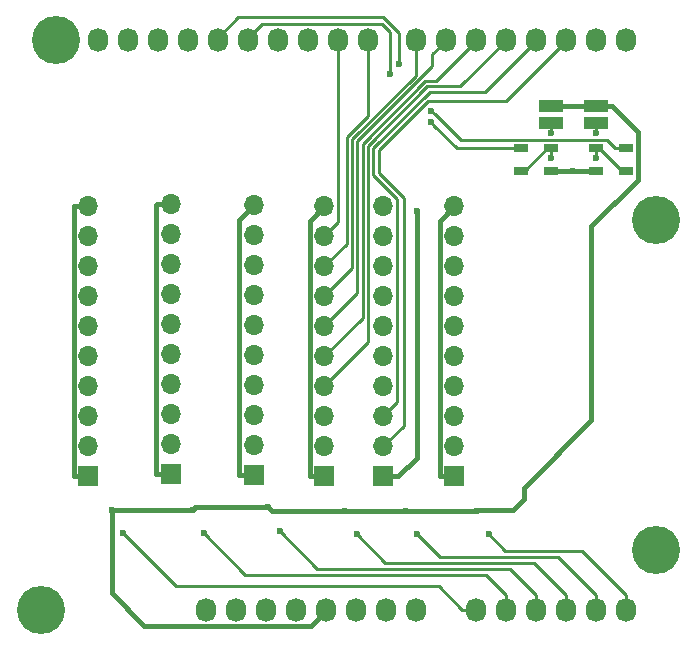
<source format=gbr>
G04 #@! TF.FileFunction,Copper,L1,Top,Signal*
%FSLAX46Y46*%
G04 Gerber Fmt 4.6, Leading zero omitted, Abs format (unit mm)*
G04 Created by KiCad (PCBNEW 4.0.7) date 12/04/17 16:46:56*
%MOMM*%
%LPD*%
G01*
G04 APERTURE LIST*
%ADD10C,0.100000*%
%ADD11O,1.727200X2.032000*%
%ADD12C,4.064000*%
%ADD13R,2.000000X1.000000*%
%ADD14R,1.300000X0.700000*%
%ADD15R,1.700000X1.700000*%
%ADD16O,1.700000X1.700000*%
%ADD17C,0.600000*%
%ADD18C,0.381000*%
%ADD19C,0.250000*%
G04 APERTURE END LIST*
D10*
D11*
X138938000Y-123825000D03*
X141478000Y-123825000D03*
X144018000Y-123825000D03*
X146558000Y-123825000D03*
X149098000Y-123825000D03*
X151638000Y-123825000D03*
X154178000Y-123825000D03*
X156718000Y-123825000D03*
X161798000Y-123825000D03*
X164338000Y-123825000D03*
X166878000Y-123825000D03*
X169418000Y-123825000D03*
X171958000Y-123825000D03*
X174498000Y-123825000D03*
X129794000Y-75565000D03*
X132334000Y-75565000D03*
X134874000Y-75565000D03*
X137414000Y-75565000D03*
X139954000Y-75565000D03*
X142494000Y-75565000D03*
X145034000Y-75565000D03*
X147574000Y-75565000D03*
X150114000Y-75565000D03*
X152654000Y-75565000D03*
X156718000Y-75565000D03*
X159258000Y-75565000D03*
X161798000Y-75565000D03*
X164338000Y-75565000D03*
X166878000Y-75565000D03*
X169418000Y-75565000D03*
X171958000Y-75565000D03*
X174498000Y-75565000D03*
D12*
X124968000Y-123825000D03*
X177038000Y-118745000D03*
X126238000Y-75565000D03*
X177038000Y-90805000D03*
D13*
X171958000Y-81215000D03*
X171958000Y-82615000D03*
X168148000Y-81215000D03*
X168148000Y-82615000D03*
D14*
X174498000Y-86675000D03*
X174498000Y-84775000D03*
X165608000Y-84775000D03*
X165608000Y-86675000D03*
X171958000Y-84775000D03*
X171958000Y-86675000D03*
X168148000Y-84775000D03*
X168148000Y-86675000D03*
D15*
X128998000Y-112525000D03*
D16*
X128998000Y-109985000D03*
X128998000Y-107445000D03*
X128998000Y-104905000D03*
X128998000Y-102365000D03*
X128998000Y-99825000D03*
X128998000Y-97285000D03*
X128998000Y-94745000D03*
X128998000Y-92205000D03*
X128998000Y-89665000D03*
D15*
X135998000Y-112365000D03*
D16*
X135998000Y-109825000D03*
X135998000Y-107285000D03*
X135998000Y-104745000D03*
X135998000Y-102205000D03*
X135998000Y-99665000D03*
X135998000Y-97125000D03*
X135998000Y-94585000D03*
X135998000Y-92045000D03*
X135998000Y-89505000D03*
D15*
X142998000Y-112425000D03*
D16*
X142998000Y-109885000D03*
X142998000Y-107345000D03*
X142998000Y-104805000D03*
X142998000Y-102265000D03*
X142998000Y-99725000D03*
X142998000Y-97185000D03*
X142998000Y-94645000D03*
X142998000Y-92105000D03*
X142998000Y-89565000D03*
D15*
X148998000Y-112525000D03*
D16*
X148998000Y-109985000D03*
X148998000Y-107445000D03*
X148998000Y-104905000D03*
X148998000Y-102365000D03*
X148998000Y-99825000D03*
X148998000Y-97285000D03*
X148998000Y-94745000D03*
X148998000Y-92205000D03*
X148998000Y-89665000D03*
D15*
X153998000Y-112525000D03*
D16*
X153998000Y-109985000D03*
X153998000Y-107445000D03*
X153998000Y-104905000D03*
X153998000Y-102365000D03*
X153998000Y-99825000D03*
X153998000Y-97285000D03*
X153998000Y-94745000D03*
X153998000Y-92205000D03*
X153998000Y-89665000D03*
D15*
X159998000Y-112525000D03*
D16*
X159998000Y-109985000D03*
X159998000Y-107445000D03*
X159998000Y-104905000D03*
X159998000Y-102365000D03*
X159998000Y-99825000D03*
X159998000Y-97285000D03*
X159998000Y-94745000D03*
X159998000Y-92205000D03*
X159998000Y-89665000D03*
D17*
X130998000Y-115365000D03*
X137852770Y-115365000D03*
X144249448Y-115165000D03*
X150770610Y-115465000D03*
X155922782Y-115465000D03*
X161947228Y-115465000D03*
X170053000Y-86675000D03*
X131948000Y-117365000D03*
X138802770Y-117365000D03*
X145199448Y-117165000D03*
X151720610Y-117465000D03*
X156872782Y-117465000D03*
X162897228Y-117465000D03*
X155311010Y-77597000D03*
X158044596Y-81595697D03*
X154559002Y-78486000D03*
X157988000Y-82550000D03*
X171958000Y-85598000D03*
X171958000Y-83439000D03*
X168148000Y-85598000D03*
X168148000Y-83474989D03*
X156798000Y-90065000D03*
D18*
X133764510Y-125231510D02*
X130998000Y-122465000D01*
X130998000Y-122465000D02*
X130998000Y-115365000D01*
X149098000Y-123825000D02*
X149098000Y-123977400D01*
X149098000Y-123977400D02*
X147843890Y-125231510D01*
X147843890Y-125231510D02*
X133764510Y-125231510D01*
X137852770Y-115365000D02*
X130998000Y-115365000D01*
X144249448Y-115165000D02*
X138052770Y-115165000D01*
X138052770Y-115165000D02*
X137852770Y-115365000D01*
X150770610Y-115465000D02*
X144549448Y-115465000D01*
X144549448Y-115465000D02*
X144249448Y-115165000D01*
X155922782Y-115465000D02*
X150770610Y-115465000D01*
X161947228Y-115465000D02*
X155922782Y-115465000D01*
X164998000Y-115365000D02*
X162047228Y-115365000D01*
X162047228Y-115365000D02*
X161947228Y-115465000D01*
X171602400Y-107783502D02*
X165873302Y-113512600D01*
X171602400Y-91363800D02*
X171602400Y-107783502D01*
X175538501Y-83414501D02*
X175538501Y-87427699D01*
X175538501Y-87427699D02*
X171602400Y-91363800D01*
X173339000Y-81215000D02*
X175538501Y-83414501D01*
X171958000Y-81215000D02*
X173339000Y-81215000D01*
X165873302Y-114489698D02*
X164998000Y-115365000D01*
X165873302Y-113512600D02*
X165873302Y-114489698D01*
X168148000Y-81215000D02*
X171958000Y-81215000D01*
X170053000Y-86675000D02*
X171958000Y-86675000D01*
X168148000Y-86675000D02*
X170053000Y-86675000D01*
D19*
X158724400Y-121865000D02*
X136448000Y-121865000D01*
X136448000Y-121865000D02*
X131948000Y-117365000D01*
X161798000Y-123825000D02*
X160684400Y-123825000D01*
X160684400Y-123825000D02*
X158724400Y-121865000D01*
X162644000Y-120865000D02*
X142302770Y-120865000D01*
X142302770Y-120865000D02*
X138802770Y-117365000D01*
X164338000Y-123825000D02*
X164338000Y-122559000D01*
X164338000Y-122559000D02*
X162644000Y-120865000D01*
X164338000Y-123672600D02*
X164338000Y-123825000D01*
X164684000Y-120365000D02*
X148399448Y-120365000D01*
X148399448Y-120365000D02*
X145199448Y-117165000D01*
X166878000Y-123825000D02*
X166878000Y-122559000D01*
X166878000Y-122559000D02*
X164684000Y-120365000D01*
X166878000Y-123672600D02*
X166878000Y-123825000D01*
X169418000Y-123825000D02*
X169418000Y-122559000D01*
X169418000Y-122559000D02*
X166724000Y-119865000D01*
X166724000Y-119865000D02*
X154120610Y-119865000D01*
X154120610Y-119865000D02*
X151720610Y-117465000D01*
X169418000Y-123672600D02*
X169418000Y-123825000D01*
X168764000Y-119365000D02*
X158772782Y-119365000D01*
X158772782Y-119365000D02*
X156872782Y-117465000D01*
X171958000Y-123825000D02*
X171958000Y-122559000D01*
X171958000Y-122559000D02*
X168764000Y-119365000D01*
X170804000Y-118865000D02*
X164297228Y-118865000D01*
X164297228Y-118865000D02*
X162897228Y-117465000D01*
X174498000Y-123825000D02*
X174498000Y-122559000D01*
X174498000Y-122559000D02*
X170804000Y-118865000D01*
X150114000Y-83642200D02*
X150173001Y-83701201D01*
X150173001Y-83701201D02*
X150173001Y-91029999D01*
X150173001Y-91029999D02*
X149847999Y-91355001D01*
X149847999Y-91355001D02*
X148998000Y-92205000D01*
X150114000Y-75565000D02*
X150114000Y-83642200D01*
X150889021Y-83823913D02*
X150889021Y-92853979D01*
X150889021Y-92853979D02*
X148998000Y-94745000D01*
X152654000Y-75565000D02*
X152654000Y-82058934D01*
X152654000Y-82058934D02*
X150889021Y-83823913D01*
X151339032Y-84010313D02*
X151339032Y-94943968D01*
X151339032Y-94943968D02*
X148998000Y-97285000D01*
X156718000Y-75565000D02*
X156718000Y-78631345D01*
X156718000Y-78631345D02*
X151339032Y-84010313D01*
X151789043Y-84196713D02*
X151789043Y-97033957D01*
X151789043Y-97033957D02*
X148998000Y-99825000D01*
X158144400Y-77841357D02*
X151789043Y-84196713D01*
X159258000Y-75565000D02*
X159258000Y-75717400D01*
X158144400Y-76831000D02*
X158144400Y-77841357D01*
X159258000Y-75717400D02*
X158144400Y-76831000D01*
X152239054Y-84383113D02*
X152239054Y-99123946D01*
X152239054Y-99123946D02*
X148998000Y-102365000D01*
X157537590Y-79084578D02*
X152239054Y-84383113D01*
X158430822Y-79084578D02*
X157537590Y-79084578D01*
X161798000Y-75717400D02*
X158430822Y-79084578D01*
X161798000Y-75565000D02*
X161798000Y-75717400D01*
X152689065Y-84569513D02*
X152689065Y-101213935D01*
X152689065Y-101213935D02*
X148998000Y-104905000D01*
X157723990Y-79534589D02*
X152689065Y-84569513D01*
X164338000Y-75565000D02*
X164338000Y-75717400D01*
X160520811Y-79534589D02*
X157723990Y-79534589D01*
X164338000Y-75717400D02*
X160520811Y-79534589D01*
X166878000Y-75565000D02*
X166878000Y-75717400D01*
X162610800Y-79984600D02*
X157910390Y-79984600D01*
X166878000Y-75717400D02*
X162610800Y-79984600D01*
X157910390Y-79984600D02*
X153139076Y-84755913D01*
X153139076Y-84755913D02*
X153139076Y-87067074D01*
X155173001Y-89100999D02*
X155173001Y-106269999D01*
X153139076Y-87067074D02*
X155173001Y-89100999D01*
X155173001Y-106269999D02*
X154847999Y-106595001D01*
X154847999Y-106595001D02*
X153998000Y-107445000D01*
X155698000Y-88989587D02*
X155698000Y-108285000D01*
X155698000Y-108285000D02*
X153998000Y-109985000D01*
X153589087Y-84942313D02*
X153589087Y-86880674D01*
X153589087Y-86880674D02*
X155698000Y-88989587D01*
X157734000Y-80797400D02*
X153589087Y-84942313D01*
X164338000Y-80797400D02*
X157734000Y-80797400D01*
X169418000Y-75717400D02*
X164338000Y-80797400D01*
X169418000Y-75565000D02*
X169418000Y-75717400D01*
X158344595Y-81895696D02*
X158044596Y-81595697D01*
X160548898Y-84099999D02*
X158344595Y-81895696D01*
X172922999Y-84099999D02*
X160548898Y-84099999D01*
X173598000Y-84775000D02*
X172922999Y-84099999D01*
X174498000Y-84775000D02*
X173598000Y-84775000D01*
X139954000Y-75565000D02*
X139954000Y-75412600D01*
X153925410Y-73660000D02*
X155311010Y-75045600D01*
X139954000Y-75412600D02*
X141706600Y-73660000D01*
X141706600Y-73660000D02*
X153925410Y-73660000D01*
X155311010Y-75045600D02*
X155311010Y-77172736D01*
X155311010Y-77172736D02*
X155311010Y-77597000D01*
X154559002Y-78061736D02*
X154559002Y-78486000D01*
X153852990Y-74223990D02*
X154559002Y-74930002D01*
X143682610Y-74223990D02*
X153852990Y-74223990D01*
X142494000Y-75412600D02*
X143682610Y-74223990D01*
X142494000Y-75565000D02*
X142494000Y-75412600D01*
X154559002Y-74930002D02*
X154559002Y-78061736D01*
X158287999Y-82849999D02*
X157988000Y-82550000D01*
X160213000Y-84775000D02*
X158287999Y-82849999D01*
X165608000Y-84775000D02*
X160213000Y-84775000D01*
X171958000Y-85598000D02*
X171958000Y-84775000D01*
X171958000Y-82615000D02*
X171958000Y-83439000D01*
X174498000Y-86675000D02*
X174158000Y-86675000D01*
X174158000Y-86675000D02*
X172258000Y-84775000D01*
X172258000Y-84775000D02*
X171958000Y-84775000D01*
X168148000Y-85598000D02*
X168148000Y-84775000D01*
X168148000Y-82615000D02*
X168148000Y-83474989D01*
X165608000Y-86675000D02*
X165948000Y-86675000D01*
X165948000Y-86675000D02*
X167848000Y-84775000D01*
X167848000Y-84775000D02*
X168148000Y-84775000D01*
D18*
X128998000Y-89665000D02*
X127795919Y-89665000D01*
X127795919Y-89665000D02*
X127757499Y-89703420D01*
X127757499Y-89703420D02*
X127757499Y-112515499D01*
X127757499Y-112515499D02*
X127767000Y-112525000D01*
X127767000Y-112525000D02*
X128998000Y-112525000D01*
X135998000Y-89505000D02*
X134795919Y-89505000D01*
X134795919Y-89505000D02*
X134757499Y-89543420D01*
X134757499Y-89543420D02*
X134757499Y-112355499D01*
X134757499Y-112355499D02*
X134767000Y-112365000D01*
X134767000Y-112365000D02*
X135998000Y-112365000D01*
X142998000Y-89565000D02*
X141757499Y-90805501D01*
X141757499Y-90805501D02*
X141757499Y-112415499D01*
X141757499Y-112415499D02*
X141767000Y-112425000D01*
X141767000Y-112425000D02*
X142998000Y-112425000D01*
X148998000Y-89665000D02*
X147757499Y-90905501D01*
X147757499Y-90905501D02*
X147757499Y-112515499D01*
X147757499Y-112515499D02*
X147767000Y-112525000D01*
X147767000Y-112525000D02*
X148998000Y-112525000D01*
X156798000Y-90065000D02*
X156798000Y-110956000D01*
X156798000Y-110956000D02*
X155229000Y-112525000D01*
X155229000Y-112525000D02*
X153998000Y-112525000D01*
X159998000Y-89665000D02*
X158757499Y-90905501D01*
X158757499Y-90905501D02*
X158757499Y-112515499D01*
X158757499Y-112515499D02*
X158767000Y-112525000D01*
X158767000Y-112525000D02*
X159998000Y-112525000D01*
M02*

</source>
